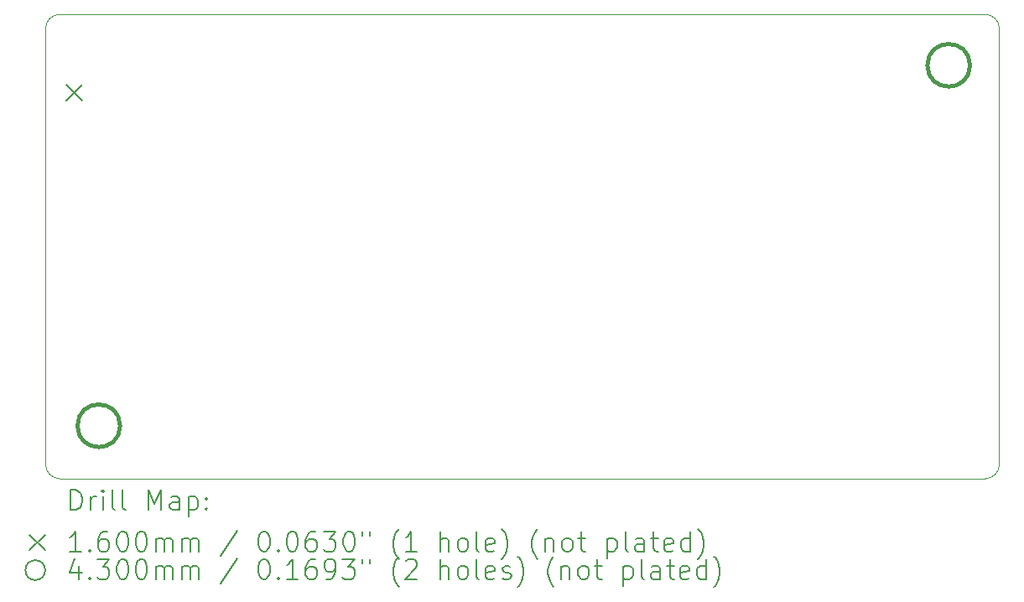
<source format=gbr>
%TF.GenerationSoftware,KiCad,Pcbnew,(6.0.9)*%
%TF.CreationDate,2022-12-23T09:33:13-06:00*%
%TF.ProjectId,CatFeeder,43617446-6565-4646-9572-2e6b69636164,rev?*%
%TF.SameCoordinates,Original*%
%TF.FileFunction,Drillmap*%
%TF.FilePolarity,Positive*%
%FSLAX45Y45*%
G04 Gerber Fmt 4.5, Leading zero omitted, Abs format (unit mm)*
G04 Created by KiCad (PCBNEW (6.0.9)) date 2022-12-23 09:33:13*
%MOMM*%
%LPD*%
G01*
G04 APERTURE LIST*
%ADD10C,0.100000*%
%ADD11C,0.200000*%
%ADD12C,0.160000*%
%ADD13C,0.430000*%
G04 APERTURE END LIST*
D10*
X9753600Y-11353800D02*
X9753600Y-6946900D01*
X19240500Y-11493500D02*
X9893300Y-11493500D01*
X19380200Y-6946900D02*
X19380200Y-11353800D01*
X9893300Y-6807200D02*
X19240500Y-6807200D01*
X9893300Y-6807200D02*
G75*
G03*
X9753600Y-6946900I0J-139700D01*
G01*
X9753600Y-11353800D02*
G75*
G03*
X9893300Y-11493500I139700J0D01*
G01*
X19240500Y-11493500D02*
G75*
G03*
X19380200Y-11353800I0J139700D01*
G01*
X19380200Y-6946900D02*
G75*
G03*
X19240500Y-6807200I-139700J0D01*
G01*
D11*
D12*
X9958600Y-7514600D02*
X10118600Y-7674600D01*
X10118600Y-7514600D02*
X9958600Y-7674600D01*
D13*
X10504540Y-10960100D02*
G75*
G03*
X10504540Y-10960100I-215000J0D01*
G01*
X19084660Y-7320280D02*
G75*
G03*
X19084660Y-7320280I-215000J0D01*
G01*
D11*
X10006219Y-11808976D02*
X10006219Y-11608976D01*
X10053838Y-11608976D01*
X10082409Y-11618500D01*
X10101457Y-11637548D01*
X10110981Y-11656595D01*
X10120505Y-11694690D01*
X10120505Y-11723262D01*
X10110981Y-11761357D01*
X10101457Y-11780405D01*
X10082409Y-11799452D01*
X10053838Y-11808976D01*
X10006219Y-11808976D01*
X10206219Y-11808976D02*
X10206219Y-11675643D01*
X10206219Y-11713738D02*
X10215743Y-11694690D01*
X10225267Y-11685167D01*
X10244314Y-11675643D01*
X10263362Y-11675643D01*
X10330028Y-11808976D02*
X10330028Y-11675643D01*
X10330028Y-11608976D02*
X10320505Y-11618500D01*
X10330028Y-11628024D01*
X10339552Y-11618500D01*
X10330028Y-11608976D01*
X10330028Y-11628024D01*
X10453838Y-11808976D02*
X10434790Y-11799452D01*
X10425267Y-11780405D01*
X10425267Y-11608976D01*
X10558600Y-11808976D02*
X10539552Y-11799452D01*
X10530028Y-11780405D01*
X10530028Y-11608976D01*
X10787171Y-11808976D02*
X10787171Y-11608976D01*
X10853838Y-11751833D01*
X10920505Y-11608976D01*
X10920505Y-11808976D01*
X11101457Y-11808976D02*
X11101457Y-11704214D01*
X11091933Y-11685167D01*
X11072886Y-11675643D01*
X11034790Y-11675643D01*
X11015743Y-11685167D01*
X11101457Y-11799452D02*
X11082409Y-11808976D01*
X11034790Y-11808976D01*
X11015743Y-11799452D01*
X11006219Y-11780405D01*
X11006219Y-11761357D01*
X11015743Y-11742310D01*
X11034790Y-11732786D01*
X11082409Y-11732786D01*
X11101457Y-11723262D01*
X11196695Y-11675643D02*
X11196695Y-11875643D01*
X11196695Y-11685167D02*
X11215743Y-11675643D01*
X11253838Y-11675643D01*
X11272886Y-11685167D01*
X11282409Y-11694690D01*
X11291933Y-11713738D01*
X11291933Y-11770881D01*
X11282409Y-11789929D01*
X11272886Y-11799452D01*
X11253838Y-11808976D01*
X11215743Y-11808976D01*
X11196695Y-11799452D01*
X11377647Y-11789929D02*
X11387171Y-11799452D01*
X11377647Y-11808976D01*
X11368124Y-11799452D01*
X11377647Y-11789929D01*
X11377647Y-11808976D01*
X11377647Y-11685167D02*
X11387171Y-11694690D01*
X11377647Y-11704214D01*
X11368124Y-11694690D01*
X11377647Y-11685167D01*
X11377647Y-11704214D01*
D12*
X9588600Y-12058500D02*
X9748600Y-12218500D01*
X9748600Y-12058500D02*
X9588600Y-12218500D01*
D11*
X10110981Y-12228976D02*
X9996695Y-12228976D01*
X10053838Y-12228976D02*
X10053838Y-12028976D01*
X10034790Y-12057548D01*
X10015743Y-12076595D01*
X9996695Y-12086119D01*
X10196695Y-12209929D02*
X10206219Y-12219452D01*
X10196695Y-12228976D01*
X10187171Y-12219452D01*
X10196695Y-12209929D01*
X10196695Y-12228976D01*
X10377648Y-12028976D02*
X10339552Y-12028976D01*
X10320505Y-12038500D01*
X10310981Y-12048024D01*
X10291933Y-12076595D01*
X10282409Y-12114690D01*
X10282409Y-12190881D01*
X10291933Y-12209929D01*
X10301457Y-12219452D01*
X10320505Y-12228976D01*
X10358600Y-12228976D01*
X10377648Y-12219452D01*
X10387171Y-12209929D01*
X10396695Y-12190881D01*
X10396695Y-12143262D01*
X10387171Y-12124214D01*
X10377648Y-12114690D01*
X10358600Y-12105167D01*
X10320505Y-12105167D01*
X10301457Y-12114690D01*
X10291933Y-12124214D01*
X10282409Y-12143262D01*
X10520505Y-12028976D02*
X10539552Y-12028976D01*
X10558600Y-12038500D01*
X10568124Y-12048024D01*
X10577648Y-12067071D01*
X10587171Y-12105167D01*
X10587171Y-12152786D01*
X10577648Y-12190881D01*
X10568124Y-12209929D01*
X10558600Y-12219452D01*
X10539552Y-12228976D01*
X10520505Y-12228976D01*
X10501457Y-12219452D01*
X10491933Y-12209929D01*
X10482409Y-12190881D01*
X10472886Y-12152786D01*
X10472886Y-12105167D01*
X10482409Y-12067071D01*
X10491933Y-12048024D01*
X10501457Y-12038500D01*
X10520505Y-12028976D01*
X10710981Y-12028976D02*
X10730028Y-12028976D01*
X10749076Y-12038500D01*
X10758600Y-12048024D01*
X10768124Y-12067071D01*
X10777648Y-12105167D01*
X10777648Y-12152786D01*
X10768124Y-12190881D01*
X10758600Y-12209929D01*
X10749076Y-12219452D01*
X10730028Y-12228976D01*
X10710981Y-12228976D01*
X10691933Y-12219452D01*
X10682409Y-12209929D01*
X10672886Y-12190881D01*
X10663362Y-12152786D01*
X10663362Y-12105167D01*
X10672886Y-12067071D01*
X10682409Y-12048024D01*
X10691933Y-12038500D01*
X10710981Y-12028976D01*
X10863362Y-12228976D02*
X10863362Y-12095643D01*
X10863362Y-12114690D02*
X10872886Y-12105167D01*
X10891933Y-12095643D01*
X10920505Y-12095643D01*
X10939552Y-12105167D01*
X10949076Y-12124214D01*
X10949076Y-12228976D01*
X10949076Y-12124214D02*
X10958600Y-12105167D01*
X10977648Y-12095643D01*
X11006219Y-12095643D01*
X11025267Y-12105167D01*
X11034790Y-12124214D01*
X11034790Y-12228976D01*
X11130028Y-12228976D02*
X11130028Y-12095643D01*
X11130028Y-12114690D02*
X11139552Y-12105167D01*
X11158600Y-12095643D01*
X11187171Y-12095643D01*
X11206219Y-12105167D01*
X11215743Y-12124214D01*
X11215743Y-12228976D01*
X11215743Y-12124214D02*
X11225266Y-12105167D01*
X11244314Y-12095643D01*
X11272886Y-12095643D01*
X11291933Y-12105167D01*
X11301457Y-12124214D01*
X11301457Y-12228976D01*
X11691933Y-12019452D02*
X11520505Y-12276595D01*
X11949076Y-12028976D02*
X11968124Y-12028976D01*
X11987171Y-12038500D01*
X11996695Y-12048024D01*
X12006219Y-12067071D01*
X12015743Y-12105167D01*
X12015743Y-12152786D01*
X12006219Y-12190881D01*
X11996695Y-12209929D01*
X11987171Y-12219452D01*
X11968124Y-12228976D01*
X11949076Y-12228976D01*
X11930028Y-12219452D01*
X11920505Y-12209929D01*
X11910981Y-12190881D01*
X11901457Y-12152786D01*
X11901457Y-12105167D01*
X11910981Y-12067071D01*
X11920505Y-12048024D01*
X11930028Y-12038500D01*
X11949076Y-12028976D01*
X12101457Y-12209929D02*
X12110981Y-12219452D01*
X12101457Y-12228976D01*
X12091933Y-12219452D01*
X12101457Y-12209929D01*
X12101457Y-12228976D01*
X12234790Y-12028976D02*
X12253838Y-12028976D01*
X12272886Y-12038500D01*
X12282409Y-12048024D01*
X12291933Y-12067071D01*
X12301457Y-12105167D01*
X12301457Y-12152786D01*
X12291933Y-12190881D01*
X12282409Y-12209929D01*
X12272886Y-12219452D01*
X12253838Y-12228976D01*
X12234790Y-12228976D01*
X12215743Y-12219452D01*
X12206219Y-12209929D01*
X12196695Y-12190881D01*
X12187171Y-12152786D01*
X12187171Y-12105167D01*
X12196695Y-12067071D01*
X12206219Y-12048024D01*
X12215743Y-12038500D01*
X12234790Y-12028976D01*
X12472886Y-12028976D02*
X12434790Y-12028976D01*
X12415743Y-12038500D01*
X12406219Y-12048024D01*
X12387171Y-12076595D01*
X12377647Y-12114690D01*
X12377647Y-12190881D01*
X12387171Y-12209929D01*
X12396695Y-12219452D01*
X12415743Y-12228976D01*
X12453838Y-12228976D01*
X12472886Y-12219452D01*
X12482409Y-12209929D01*
X12491933Y-12190881D01*
X12491933Y-12143262D01*
X12482409Y-12124214D01*
X12472886Y-12114690D01*
X12453838Y-12105167D01*
X12415743Y-12105167D01*
X12396695Y-12114690D01*
X12387171Y-12124214D01*
X12377647Y-12143262D01*
X12558600Y-12028976D02*
X12682409Y-12028976D01*
X12615743Y-12105167D01*
X12644314Y-12105167D01*
X12663362Y-12114690D01*
X12672886Y-12124214D01*
X12682409Y-12143262D01*
X12682409Y-12190881D01*
X12672886Y-12209929D01*
X12663362Y-12219452D01*
X12644314Y-12228976D01*
X12587171Y-12228976D01*
X12568124Y-12219452D01*
X12558600Y-12209929D01*
X12806219Y-12028976D02*
X12825266Y-12028976D01*
X12844314Y-12038500D01*
X12853838Y-12048024D01*
X12863362Y-12067071D01*
X12872886Y-12105167D01*
X12872886Y-12152786D01*
X12863362Y-12190881D01*
X12853838Y-12209929D01*
X12844314Y-12219452D01*
X12825266Y-12228976D01*
X12806219Y-12228976D01*
X12787171Y-12219452D01*
X12777647Y-12209929D01*
X12768124Y-12190881D01*
X12758600Y-12152786D01*
X12758600Y-12105167D01*
X12768124Y-12067071D01*
X12777647Y-12048024D01*
X12787171Y-12038500D01*
X12806219Y-12028976D01*
X12949076Y-12028976D02*
X12949076Y-12067071D01*
X13025266Y-12028976D02*
X13025266Y-12067071D01*
X13320505Y-12305167D02*
X13310981Y-12295643D01*
X13291933Y-12267071D01*
X13282409Y-12248024D01*
X13272886Y-12219452D01*
X13263362Y-12171833D01*
X13263362Y-12133738D01*
X13272886Y-12086119D01*
X13282409Y-12057548D01*
X13291933Y-12038500D01*
X13310981Y-12009929D01*
X13320505Y-12000405D01*
X13501457Y-12228976D02*
X13387171Y-12228976D01*
X13444314Y-12228976D02*
X13444314Y-12028976D01*
X13425266Y-12057548D01*
X13406219Y-12076595D01*
X13387171Y-12086119D01*
X13739552Y-12228976D02*
X13739552Y-12028976D01*
X13825266Y-12228976D02*
X13825266Y-12124214D01*
X13815743Y-12105167D01*
X13796695Y-12095643D01*
X13768124Y-12095643D01*
X13749076Y-12105167D01*
X13739552Y-12114690D01*
X13949076Y-12228976D02*
X13930028Y-12219452D01*
X13920505Y-12209929D01*
X13910981Y-12190881D01*
X13910981Y-12133738D01*
X13920505Y-12114690D01*
X13930028Y-12105167D01*
X13949076Y-12095643D01*
X13977647Y-12095643D01*
X13996695Y-12105167D01*
X14006219Y-12114690D01*
X14015743Y-12133738D01*
X14015743Y-12190881D01*
X14006219Y-12209929D01*
X13996695Y-12219452D01*
X13977647Y-12228976D01*
X13949076Y-12228976D01*
X14130028Y-12228976D02*
X14110981Y-12219452D01*
X14101457Y-12200405D01*
X14101457Y-12028976D01*
X14282409Y-12219452D02*
X14263362Y-12228976D01*
X14225266Y-12228976D01*
X14206219Y-12219452D01*
X14196695Y-12200405D01*
X14196695Y-12124214D01*
X14206219Y-12105167D01*
X14225266Y-12095643D01*
X14263362Y-12095643D01*
X14282409Y-12105167D01*
X14291933Y-12124214D01*
X14291933Y-12143262D01*
X14196695Y-12162310D01*
X14358600Y-12305167D02*
X14368124Y-12295643D01*
X14387171Y-12267071D01*
X14396695Y-12248024D01*
X14406219Y-12219452D01*
X14415743Y-12171833D01*
X14415743Y-12133738D01*
X14406219Y-12086119D01*
X14396695Y-12057548D01*
X14387171Y-12038500D01*
X14368124Y-12009929D01*
X14358600Y-12000405D01*
X14720505Y-12305167D02*
X14710981Y-12295643D01*
X14691933Y-12267071D01*
X14682409Y-12248024D01*
X14672886Y-12219452D01*
X14663362Y-12171833D01*
X14663362Y-12133738D01*
X14672886Y-12086119D01*
X14682409Y-12057548D01*
X14691933Y-12038500D01*
X14710981Y-12009929D01*
X14720505Y-12000405D01*
X14796695Y-12095643D02*
X14796695Y-12228976D01*
X14796695Y-12114690D02*
X14806219Y-12105167D01*
X14825266Y-12095643D01*
X14853838Y-12095643D01*
X14872886Y-12105167D01*
X14882409Y-12124214D01*
X14882409Y-12228976D01*
X15006219Y-12228976D02*
X14987171Y-12219452D01*
X14977647Y-12209929D01*
X14968124Y-12190881D01*
X14968124Y-12133738D01*
X14977647Y-12114690D01*
X14987171Y-12105167D01*
X15006219Y-12095643D01*
X15034790Y-12095643D01*
X15053838Y-12105167D01*
X15063362Y-12114690D01*
X15072886Y-12133738D01*
X15072886Y-12190881D01*
X15063362Y-12209929D01*
X15053838Y-12219452D01*
X15034790Y-12228976D01*
X15006219Y-12228976D01*
X15130028Y-12095643D02*
X15206219Y-12095643D01*
X15158600Y-12028976D02*
X15158600Y-12200405D01*
X15168124Y-12219452D01*
X15187171Y-12228976D01*
X15206219Y-12228976D01*
X15425266Y-12095643D02*
X15425266Y-12295643D01*
X15425266Y-12105167D02*
X15444314Y-12095643D01*
X15482409Y-12095643D01*
X15501457Y-12105167D01*
X15510981Y-12114690D01*
X15520505Y-12133738D01*
X15520505Y-12190881D01*
X15510981Y-12209929D01*
X15501457Y-12219452D01*
X15482409Y-12228976D01*
X15444314Y-12228976D01*
X15425266Y-12219452D01*
X15634790Y-12228976D02*
X15615743Y-12219452D01*
X15606219Y-12200405D01*
X15606219Y-12028976D01*
X15796695Y-12228976D02*
X15796695Y-12124214D01*
X15787171Y-12105167D01*
X15768124Y-12095643D01*
X15730028Y-12095643D01*
X15710981Y-12105167D01*
X15796695Y-12219452D02*
X15777647Y-12228976D01*
X15730028Y-12228976D01*
X15710981Y-12219452D01*
X15701457Y-12200405D01*
X15701457Y-12181357D01*
X15710981Y-12162310D01*
X15730028Y-12152786D01*
X15777647Y-12152786D01*
X15796695Y-12143262D01*
X15863362Y-12095643D02*
X15939552Y-12095643D01*
X15891933Y-12028976D02*
X15891933Y-12200405D01*
X15901457Y-12219452D01*
X15920505Y-12228976D01*
X15939552Y-12228976D01*
X16082409Y-12219452D02*
X16063362Y-12228976D01*
X16025266Y-12228976D01*
X16006219Y-12219452D01*
X15996695Y-12200405D01*
X15996695Y-12124214D01*
X16006219Y-12105167D01*
X16025266Y-12095643D01*
X16063362Y-12095643D01*
X16082409Y-12105167D01*
X16091933Y-12124214D01*
X16091933Y-12143262D01*
X15996695Y-12162310D01*
X16263362Y-12228976D02*
X16263362Y-12028976D01*
X16263362Y-12219452D02*
X16244314Y-12228976D01*
X16206219Y-12228976D01*
X16187171Y-12219452D01*
X16177647Y-12209929D01*
X16168124Y-12190881D01*
X16168124Y-12133738D01*
X16177647Y-12114690D01*
X16187171Y-12105167D01*
X16206219Y-12095643D01*
X16244314Y-12095643D01*
X16263362Y-12105167D01*
X16339552Y-12305167D02*
X16349076Y-12295643D01*
X16368124Y-12267071D01*
X16377647Y-12248024D01*
X16387171Y-12219452D01*
X16396695Y-12171833D01*
X16396695Y-12133738D01*
X16387171Y-12086119D01*
X16377647Y-12057548D01*
X16368124Y-12038500D01*
X16349076Y-12009929D01*
X16339552Y-12000405D01*
X9748600Y-12418500D02*
G75*
G03*
X9748600Y-12418500I-100000J0D01*
G01*
X10091933Y-12375643D02*
X10091933Y-12508976D01*
X10044314Y-12299452D02*
X9996695Y-12442310D01*
X10120505Y-12442310D01*
X10196695Y-12489929D02*
X10206219Y-12499452D01*
X10196695Y-12508976D01*
X10187171Y-12499452D01*
X10196695Y-12489929D01*
X10196695Y-12508976D01*
X10272886Y-12308976D02*
X10396695Y-12308976D01*
X10330028Y-12385167D01*
X10358600Y-12385167D01*
X10377648Y-12394690D01*
X10387171Y-12404214D01*
X10396695Y-12423262D01*
X10396695Y-12470881D01*
X10387171Y-12489929D01*
X10377648Y-12499452D01*
X10358600Y-12508976D01*
X10301457Y-12508976D01*
X10282409Y-12499452D01*
X10272886Y-12489929D01*
X10520505Y-12308976D02*
X10539552Y-12308976D01*
X10558600Y-12318500D01*
X10568124Y-12328024D01*
X10577648Y-12347071D01*
X10587171Y-12385167D01*
X10587171Y-12432786D01*
X10577648Y-12470881D01*
X10568124Y-12489929D01*
X10558600Y-12499452D01*
X10539552Y-12508976D01*
X10520505Y-12508976D01*
X10501457Y-12499452D01*
X10491933Y-12489929D01*
X10482409Y-12470881D01*
X10472886Y-12432786D01*
X10472886Y-12385167D01*
X10482409Y-12347071D01*
X10491933Y-12328024D01*
X10501457Y-12318500D01*
X10520505Y-12308976D01*
X10710981Y-12308976D02*
X10730028Y-12308976D01*
X10749076Y-12318500D01*
X10758600Y-12328024D01*
X10768124Y-12347071D01*
X10777648Y-12385167D01*
X10777648Y-12432786D01*
X10768124Y-12470881D01*
X10758600Y-12489929D01*
X10749076Y-12499452D01*
X10730028Y-12508976D01*
X10710981Y-12508976D01*
X10691933Y-12499452D01*
X10682409Y-12489929D01*
X10672886Y-12470881D01*
X10663362Y-12432786D01*
X10663362Y-12385167D01*
X10672886Y-12347071D01*
X10682409Y-12328024D01*
X10691933Y-12318500D01*
X10710981Y-12308976D01*
X10863362Y-12508976D02*
X10863362Y-12375643D01*
X10863362Y-12394690D02*
X10872886Y-12385167D01*
X10891933Y-12375643D01*
X10920505Y-12375643D01*
X10939552Y-12385167D01*
X10949076Y-12404214D01*
X10949076Y-12508976D01*
X10949076Y-12404214D02*
X10958600Y-12385167D01*
X10977648Y-12375643D01*
X11006219Y-12375643D01*
X11025267Y-12385167D01*
X11034790Y-12404214D01*
X11034790Y-12508976D01*
X11130028Y-12508976D02*
X11130028Y-12375643D01*
X11130028Y-12394690D02*
X11139552Y-12385167D01*
X11158600Y-12375643D01*
X11187171Y-12375643D01*
X11206219Y-12385167D01*
X11215743Y-12404214D01*
X11215743Y-12508976D01*
X11215743Y-12404214D02*
X11225266Y-12385167D01*
X11244314Y-12375643D01*
X11272886Y-12375643D01*
X11291933Y-12385167D01*
X11301457Y-12404214D01*
X11301457Y-12508976D01*
X11691933Y-12299452D02*
X11520505Y-12556595D01*
X11949076Y-12308976D02*
X11968124Y-12308976D01*
X11987171Y-12318500D01*
X11996695Y-12328024D01*
X12006219Y-12347071D01*
X12015743Y-12385167D01*
X12015743Y-12432786D01*
X12006219Y-12470881D01*
X11996695Y-12489929D01*
X11987171Y-12499452D01*
X11968124Y-12508976D01*
X11949076Y-12508976D01*
X11930028Y-12499452D01*
X11920505Y-12489929D01*
X11910981Y-12470881D01*
X11901457Y-12432786D01*
X11901457Y-12385167D01*
X11910981Y-12347071D01*
X11920505Y-12328024D01*
X11930028Y-12318500D01*
X11949076Y-12308976D01*
X12101457Y-12489929D02*
X12110981Y-12499452D01*
X12101457Y-12508976D01*
X12091933Y-12499452D01*
X12101457Y-12489929D01*
X12101457Y-12508976D01*
X12301457Y-12508976D02*
X12187171Y-12508976D01*
X12244314Y-12508976D02*
X12244314Y-12308976D01*
X12225266Y-12337548D01*
X12206219Y-12356595D01*
X12187171Y-12366119D01*
X12472886Y-12308976D02*
X12434790Y-12308976D01*
X12415743Y-12318500D01*
X12406219Y-12328024D01*
X12387171Y-12356595D01*
X12377647Y-12394690D01*
X12377647Y-12470881D01*
X12387171Y-12489929D01*
X12396695Y-12499452D01*
X12415743Y-12508976D01*
X12453838Y-12508976D01*
X12472886Y-12499452D01*
X12482409Y-12489929D01*
X12491933Y-12470881D01*
X12491933Y-12423262D01*
X12482409Y-12404214D01*
X12472886Y-12394690D01*
X12453838Y-12385167D01*
X12415743Y-12385167D01*
X12396695Y-12394690D01*
X12387171Y-12404214D01*
X12377647Y-12423262D01*
X12587171Y-12508976D02*
X12625266Y-12508976D01*
X12644314Y-12499452D01*
X12653838Y-12489929D01*
X12672886Y-12461357D01*
X12682409Y-12423262D01*
X12682409Y-12347071D01*
X12672886Y-12328024D01*
X12663362Y-12318500D01*
X12644314Y-12308976D01*
X12606219Y-12308976D01*
X12587171Y-12318500D01*
X12577647Y-12328024D01*
X12568124Y-12347071D01*
X12568124Y-12394690D01*
X12577647Y-12413738D01*
X12587171Y-12423262D01*
X12606219Y-12432786D01*
X12644314Y-12432786D01*
X12663362Y-12423262D01*
X12672886Y-12413738D01*
X12682409Y-12394690D01*
X12749076Y-12308976D02*
X12872886Y-12308976D01*
X12806219Y-12385167D01*
X12834790Y-12385167D01*
X12853838Y-12394690D01*
X12863362Y-12404214D01*
X12872886Y-12423262D01*
X12872886Y-12470881D01*
X12863362Y-12489929D01*
X12853838Y-12499452D01*
X12834790Y-12508976D01*
X12777647Y-12508976D01*
X12758600Y-12499452D01*
X12749076Y-12489929D01*
X12949076Y-12308976D02*
X12949076Y-12347071D01*
X13025266Y-12308976D02*
X13025266Y-12347071D01*
X13320505Y-12585167D02*
X13310981Y-12575643D01*
X13291933Y-12547071D01*
X13282409Y-12528024D01*
X13272886Y-12499452D01*
X13263362Y-12451833D01*
X13263362Y-12413738D01*
X13272886Y-12366119D01*
X13282409Y-12337548D01*
X13291933Y-12318500D01*
X13310981Y-12289929D01*
X13320505Y-12280405D01*
X13387171Y-12328024D02*
X13396695Y-12318500D01*
X13415743Y-12308976D01*
X13463362Y-12308976D01*
X13482409Y-12318500D01*
X13491933Y-12328024D01*
X13501457Y-12347071D01*
X13501457Y-12366119D01*
X13491933Y-12394690D01*
X13377647Y-12508976D01*
X13501457Y-12508976D01*
X13739552Y-12508976D02*
X13739552Y-12308976D01*
X13825266Y-12508976D02*
X13825266Y-12404214D01*
X13815743Y-12385167D01*
X13796695Y-12375643D01*
X13768124Y-12375643D01*
X13749076Y-12385167D01*
X13739552Y-12394690D01*
X13949076Y-12508976D02*
X13930028Y-12499452D01*
X13920505Y-12489929D01*
X13910981Y-12470881D01*
X13910981Y-12413738D01*
X13920505Y-12394690D01*
X13930028Y-12385167D01*
X13949076Y-12375643D01*
X13977647Y-12375643D01*
X13996695Y-12385167D01*
X14006219Y-12394690D01*
X14015743Y-12413738D01*
X14015743Y-12470881D01*
X14006219Y-12489929D01*
X13996695Y-12499452D01*
X13977647Y-12508976D01*
X13949076Y-12508976D01*
X14130028Y-12508976D02*
X14110981Y-12499452D01*
X14101457Y-12480405D01*
X14101457Y-12308976D01*
X14282409Y-12499452D02*
X14263362Y-12508976D01*
X14225266Y-12508976D01*
X14206219Y-12499452D01*
X14196695Y-12480405D01*
X14196695Y-12404214D01*
X14206219Y-12385167D01*
X14225266Y-12375643D01*
X14263362Y-12375643D01*
X14282409Y-12385167D01*
X14291933Y-12404214D01*
X14291933Y-12423262D01*
X14196695Y-12442310D01*
X14368124Y-12499452D02*
X14387171Y-12508976D01*
X14425266Y-12508976D01*
X14444314Y-12499452D01*
X14453838Y-12480405D01*
X14453838Y-12470881D01*
X14444314Y-12451833D01*
X14425266Y-12442310D01*
X14396695Y-12442310D01*
X14377647Y-12432786D01*
X14368124Y-12413738D01*
X14368124Y-12404214D01*
X14377647Y-12385167D01*
X14396695Y-12375643D01*
X14425266Y-12375643D01*
X14444314Y-12385167D01*
X14520505Y-12585167D02*
X14530028Y-12575643D01*
X14549076Y-12547071D01*
X14558600Y-12528024D01*
X14568124Y-12499452D01*
X14577647Y-12451833D01*
X14577647Y-12413738D01*
X14568124Y-12366119D01*
X14558600Y-12337548D01*
X14549076Y-12318500D01*
X14530028Y-12289929D01*
X14520505Y-12280405D01*
X14882409Y-12585167D02*
X14872886Y-12575643D01*
X14853838Y-12547071D01*
X14844314Y-12528024D01*
X14834790Y-12499452D01*
X14825266Y-12451833D01*
X14825266Y-12413738D01*
X14834790Y-12366119D01*
X14844314Y-12337548D01*
X14853838Y-12318500D01*
X14872886Y-12289929D01*
X14882409Y-12280405D01*
X14958600Y-12375643D02*
X14958600Y-12508976D01*
X14958600Y-12394690D02*
X14968124Y-12385167D01*
X14987171Y-12375643D01*
X15015743Y-12375643D01*
X15034790Y-12385167D01*
X15044314Y-12404214D01*
X15044314Y-12508976D01*
X15168124Y-12508976D02*
X15149076Y-12499452D01*
X15139552Y-12489929D01*
X15130028Y-12470881D01*
X15130028Y-12413738D01*
X15139552Y-12394690D01*
X15149076Y-12385167D01*
X15168124Y-12375643D01*
X15196695Y-12375643D01*
X15215743Y-12385167D01*
X15225266Y-12394690D01*
X15234790Y-12413738D01*
X15234790Y-12470881D01*
X15225266Y-12489929D01*
X15215743Y-12499452D01*
X15196695Y-12508976D01*
X15168124Y-12508976D01*
X15291933Y-12375643D02*
X15368124Y-12375643D01*
X15320505Y-12308976D02*
X15320505Y-12480405D01*
X15330028Y-12499452D01*
X15349076Y-12508976D01*
X15368124Y-12508976D01*
X15587171Y-12375643D02*
X15587171Y-12575643D01*
X15587171Y-12385167D02*
X15606219Y-12375643D01*
X15644314Y-12375643D01*
X15663362Y-12385167D01*
X15672886Y-12394690D01*
X15682409Y-12413738D01*
X15682409Y-12470881D01*
X15672886Y-12489929D01*
X15663362Y-12499452D01*
X15644314Y-12508976D01*
X15606219Y-12508976D01*
X15587171Y-12499452D01*
X15796695Y-12508976D02*
X15777647Y-12499452D01*
X15768124Y-12480405D01*
X15768124Y-12308976D01*
X15958600Y-12508976D02*
X15958600Y-12404214D01*
X15949076Y-12385167D01*
X15930028Y-12375643D01*
X15891933Y-12375643D01*
X15872886Y-12385167D01*
X15958600Y-12499452D02*
X15939552Y-12508976D01*
X15891933Y-12508976D01*
X15872886Y-12499452D01*
X15863362Y-12480405D01*
X15863362Y-12461357D01*
X15872886Y-12442310D01*
X15891933Y-12432786D01*
X15939552Y-12432786D01*
X15958600Y-12423262D01*
X16025266Y-12375643D02*
X16101457Y-12375643D01*
X16053838Y-12308976D02*
X16053838Y-12480405D01*
X16063362Y-12499452D01*
X16082409Y-12508976D01*
X16101457Y-12508976D01*
X16244314Y-12499452D02*
X16225266Y-12508976D01*
X16187171Y-12508976D01*
X16168124Y-12499452D01*
X16158600Y-12480405D01*
X16158600Y-12404214D01*
X16168124Y-12385167D01*
X16187171Y-12375643D01*
X16225266Y-12375643D01*
X16244314Y-12385167D01*
X16253838Y-12404214D01*
X16253838Y-12423262D01*
X16158600Y-12442310D01*
X16425266Y-12508976D02*
X16425266Y-12308976D01*
X16425266Y-12499452D02*
X16406219Y-12508976D01*
X16368124Y-12508976D01*
X16349076Y-12499452D01*
X16339552Y-12489929D01*
X16330028Y-12470881D01*
X16330028Y-12413738D01*
X16339552Y-12394690D01*
X16349076Y-12385167D01*
X16368124Y-12375643D01*
X16406219Y-12375643D01*
X16425266Y-12385167D01*
X16501457Y-12585167D02*
X16510981Y-12575643D01*
X16530028Y-12547071D01*
X16539552Y-12528024D01*
X16549076Y-12499452D01*
X16558600Y-12451833D01*
X16558600Y-12413738D01*
X16549076Y-12366119D01*
X16539552Y-12337548D01*
X16530028Y-12318500D01*
X16510981Y-12289929D01*
X16501457Y-12280405D01*
M02*

</source>
